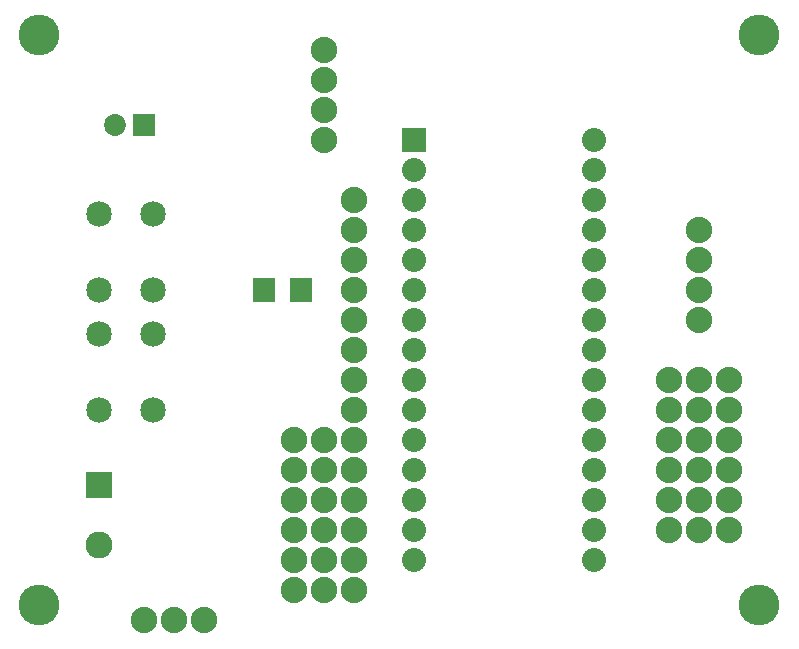
<source format=gbs>
G04 MADE WITH FRITZING*
G04 WWW.FRITZING.ORG*
G04 DOUBLE SIDED*
G04 HOLES PLATED*
G04 CONTOUR ON CENTER OF CONTOUR VECTOR*
%ASAXBY*%
%FSLAX23Y23*%
%MOIN*%
%OFA0B0*%
%SFA1.0B1.0*%
%ADD10C,0.072992*%
%ADD11C,0.088000*%
%ADD12C,0.135984*%
%ADD13C,0.080000*%
%ADD14C,0.090000*%
%ADD15C,0.085000*%
%ADD16R,0.072992X0.072992*%
%ADD17R,0.072992X0.084803*%
%ADD18R,0.079972X0.080000*%
%ADD19R,0.089986X0.090000*%
%LNMASK0*%
G90*
G70*
G54D10*
X558Y1898D03*
X460Y1898D03*
G54D11*
X2408Y1548D03*
X2408Y1448D03*
X2408Y1348D03*
X2408Y1248D03*
X2308Y648D03*
X2308Y548D03*
X1258Y1648D03*
X558Y248D03*
X658Y248D03*
X758Y248D03*
G54D12*
X2608Y2198D03*
X2608Y298D03*
X208Y2198D03*
X208Y298D03*
G54D13*
X1458Y1848D03*
X1458Y1748D03*
X1458Y1648D03*
X1458Y1548D03*
X1458Y1448D03*
X1458Y1348D03*
X1458Y1248D03*
X1458Y1148D03*
X1458Y1048D03*
X1458Y948D03*
X1458Y848D03*
X1458Y748D03*
X1458Y648D03*
X1458Y548D03*
X1458Y448D03*
X2058Y1848D03*
X2058Y1748D03*
X2058Y1648D03*
X2058Y1548D03*
X2058Y1448D03*
X2058Y1348D03*
X2058Y1248D03*
X2058Y1148D03*
X2058Y1048D03*
X2058Y948D03*
X2058Y848D03*
X2058Y748D03*
X2058Y648D03*
X2058Y548D03*
X2058Y448D03*
G54D14*
X408Y698D03*
X408Y498D03*
G54D11*
X1258Y1548D03*
X1258Y1448D03*
X1258Y1348D03*
X1258Y1248D03*
X1258Y1148D03*
X1258Y1048D03*
X1258Y948D03*
X2408Y1048D03*
X2408Y948D03*
X2408Y848D03*
X2408Y748D03*
X2408Y648D03*
X2408Y548D03*
X2308Y1048D03*
X2308Y948D03*
X2308Y848D03*
X2308Y748D03*
X2508Y1048D03*
X2508Y948D03*
X2508Y848D03*
X2508Y748D03*
X2508Y648D03*
X2508Y548D03*
X1058Y848D03*
X1058Y748D03*
X1058Y648D03*
X1058Y548D03*
X1058Y448D03*
X1058Y348D03*
X1158Y848D03*
X1158Y748D03*
X1158Y648D03*
X1158Y548D03*
X1158Y448D03*
X1158Y348D03*
X1258Y848D03*
X1258Y748D03*
X1258Y648D03*
X1258Y548D03*
X1258Y448D03*
X1258Y348D03*
G54D15*
X586Y1204D03*
X586Y948D03*
X408Y1204D03*
X408Y948D03*
X586Y1604D03*
X586Y1348D03*
X408Y1604D03*
X408Y1348D03*
G54D11*
X1158Y1848D03*
X1158Y1948D03*
X1158Y2048D03*
X1158Y2148D03*
G54D16*
X558Y1898D03*
G54D17*
X1080Y1348D03*
X958Y1348D03*
G54D18*
X1458Y1848D03*
G54D19*
X408Y698D03*
G04 End of Mask0*
M02*
</source>
